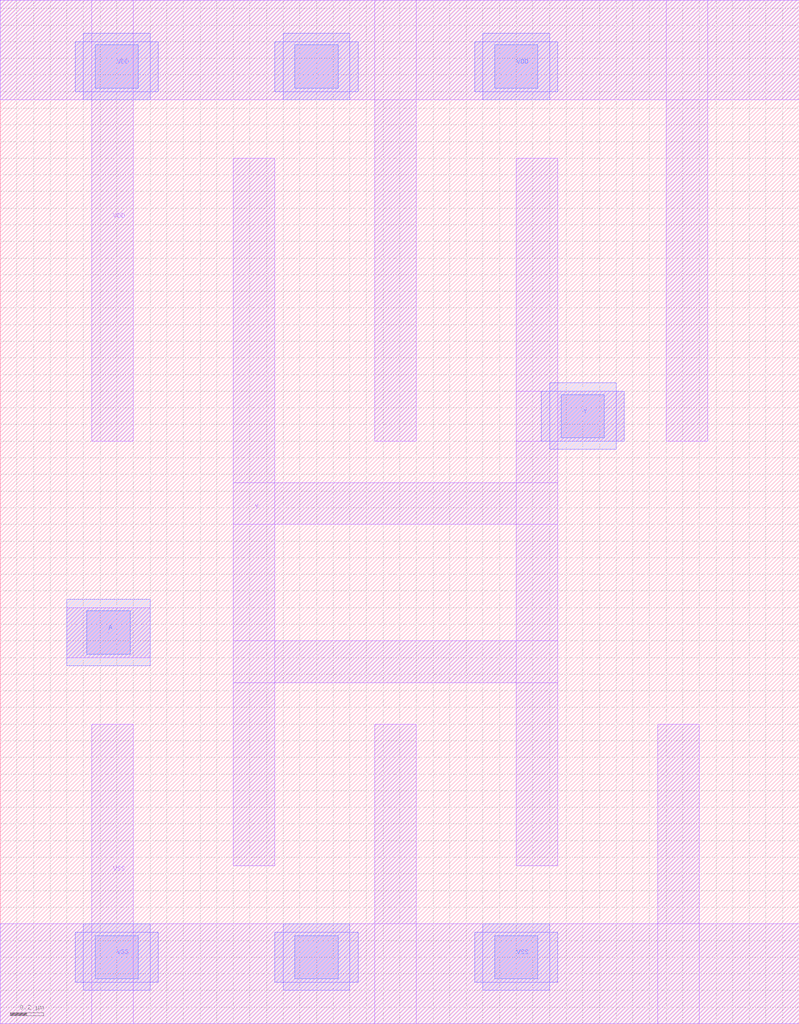
<source format=lef>
# Copyright 2022 Google LLC
# Licensed under the Apache License, Version 2.0 (the "License");
# you may not use this file except in compliance with the License.
# You may obtain a copy of the License at
#
#      http://www.apache.org/licenses/LICENSE-2.0
#
# Unless required by applicable law or agreed to in writing, software
# distributed under the License is distributed on an "AS IS" BASIS,
# WITHOUT WARRANTIES OR CONDITIONS OF ANY KIND, either express or implied.
# See the License for the specific language governing permissions and
# limitations under the License.
VERSION 5.7 ;
BUSBITCHARS "[]" ;
DIVIDERCHAR "/" ;

MACRO gf180mcu_osu_sc_9T_inv_4
  CLASS CORE ;
  ORIGIN 0 0 ;
  FOREIGN gf180mcu_osu_sc_9T_inv_4 0 0 ;
  SIZE 4.8 BY 6.15 ;
  SYMMETRY X Y ;
  SITE GF018hv5v_mcu_sc7 ;
  PIN A
    DIRECTION INPUT ;
    USE SIGNAL ;
    PORT
      LAYER MET1 ;
        RECT 0.4 2.2 0.9 2.5 ;
      LAYER MET2 ;
        RECT 0.4 2.15 0.9 2.55 ;
      LAYER VIA12 ;
        RECT 0.52 2.22 0.78 2.48 ;
    END
  END A
  PIN VDD
    DIRECTION INOUT ;
    USE POWER ;
    SHAPE ABUTMENT ;
    PORT
      LAYER MET1 ;
        RECT 0 5.55 4.8 6.15 ;
        RECT 4 3.5 4.25 6.15 ;
        RECT 2.25 3.5 2.5 6.15 ;
        RECT 0.55 3.5 0.8 6.15 ;
      LAYER MET2 ;
        RECT 2.85 5.6 3.35 5.9 ;
        RECT 2.9 5.55 3.3 5.95 ;
        RECT 1.65 5.6 2.15 5.9 ;
        RECT 1.7 5.55 2.1 5.95 ;
        RECT 0.45 5.6 0.95 5.9 ;
        RECT 0.5 5.55 0.9 5.95 ;
      LAYER VIA12 ;
        RECT 0.57 5.62 0.83 5.88 ;
        RECT 1.77 5.62 2.03 5.88 ;
        RECT 2.97 5.62 3.23 5.88 ;
    END
  END VDD
  PIN VSS
    DIRECTION INOUT ;
    USE GROUND ;
    PORT
      LAYER MET1 ;
        RECT 0 0 4.8 0.6 ;
        RECT 3.95 0 4.2 1.8 ;
        RECT 2.25 0 2.5 1.8 ;
        RECT 0.55 0 0.8 1.8 ;
      LAYER MET2 ;
        RECT 2.85 0.25 3.35 0.55 ;
        RECT 2.9 0.2 3.3 0.6 ;
        RECT 1.65 0.25 2.15 0.55 ;
        RECT 1.7 0.2 2.1 0.6 ;
        RECT 0.45 0.25 0.95 0.55 ;
        RECT 0.5 0.2 0.9 0.6 ;
      LAYER VIA12 ;
        RECT 0.57 0.27 0.83 0.53 ;
        RECT 1.77 0.27 2.03 0.53 ;
        RECT 2.97 0.27 3.23 0.53 ;
    END
  END VSS
  PIN Y
    DIRECTION OUTPUT ;
    USE SIGNAL ;
    PORT
      LAYER MET1 ;
        RECT 3.1 3.5 3.75 3.8 ;
        RECT 3.1 0.95 3.35 5.2 ;
        RECT 1.4 3 3.35 3.25 ;
        RECT 1.4 2.05 3.35 2.3 ;
        RECT 1.4 0.95 1.65 5.2 ;
      LAYER MET2 ;
        RECT 3.25 3.5 3.75 3.8 ;
        RECT 3.3 3.45 3.7 3.85 ;
      LAYER VIA12 ;
        RECT 3.37 3.52 3.63 3.78 ;
    END
  END Y
END gf180mcu_osu_sc_9T_inv_4

</source>
